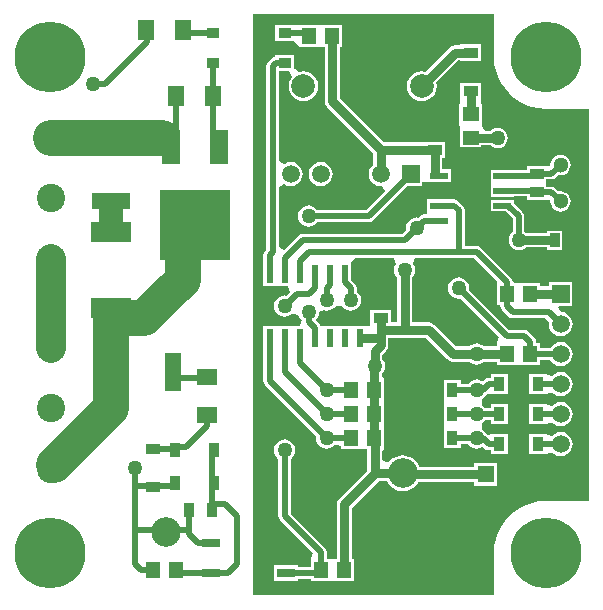
<source format=gbl>
%FSLAX25Y25*%
%MOIN*%
G70*
G01*
G75*
G04 Layer_Physical_Order=2*
G04 Layer_Color=16711680*
%ADD10C,0.02000*%
%ADD11C,0.03000*%
%ADD12C,0.10000*%
%ADD13C,0.05000*%
%ADD14C,0.07874*%
%ADD15C,0.09843*%
%ADD16C,0.05906*%
%ADD17R,0.05906X0.05906*%
%ADD18C,0.05118*%
%ADD19R,0.05512X0.05512*%
%ADD20C,0.05512*%
%ADD21C,0.23622*%
%ADD22R,0.05906X0.05906*%
%ADD23C,0.09449*%
%ADD24C,0.05000*%
%ADD25R,0.04724X0.05512*%
%ADD26R,0.05906X0.02362*%
%ADD27R,0.02362X0.05906*%
%ADD28R,0.04724X0.03543*%
%ADD29R,0.04803X0.03583*%
%ADD30R,0.23622X0.23622*%
%ADD31R,0.06299X0.11811*%
%ADD32R,0.03543X0.04724*%
%ADD33R,0.05512X0.04724*%
%ADD34R,0.06693X0.05512*%
%ADD35R,0.05512X0.06693*%
%ADD36R,0.03583X0.04803*%
%ADD37R,0.04370X0.03583*%
%ADD38R,0.05906X0.03150*%
%ADD39R,0.05512X0.12598*%
%ADD40R,0.12598X0.05512*%
%ADD41R,0.13386X0.07087*%
%ADD42C,0.01000*%
%ADD43C,0.08000*%
%ADD44C,0.12000*%
G36*
X163825Y181102D02*
X163817D01*
X163965Y178846D01*
X164406Y176629D01*
X165133Y174488D01*
X166133Y172460D01*
X167389Y170580D01*
X168880Y168880D01*
X170580Y167389D01*
X172460Y166133D01*
X174488Y165133D01*
X176629Y164406D01*
X178846Y163965D01*
X181102Y163817D01*
Y163825D01*
X195321D01*
Y33026D01*
X181102D01*
Y33033D01*
X178846Y32885D01*
X176629Y32444D01*
X174488Y31717D01*
X172460Y30717D01*
X170580Y29461D01*
X168880Y27970D01*
X167389Y26270D01*
X166133Y24390D01*
X165133Y22363D01*
X164406Y20222D01*
X163965Y18004D01*
X163817Y15748D01*
X163825D01*
Y1529D01*
X83529D01*
Y195321D01*
X163825D01*
Y181102D01*
D02*
G37*
%LPC*%
G36*
X168354Y75402D02*
X162772D01*
Y74039D01*
X162000D01*
X161220Y73884D01*
X160558Y73442D01*
X159996Y72880D01*
X159765Y73057D01*
X158914Y73410D01*
X158000Y73530D01*
X157086Y73410D01*
X156235Y73057D01*
X155504Y72496D01*
X155153Y72039D01*
X152709D01*
Y73362D01*
X147165D01*
Y66776D01*
X147165Y66776D01*
X147165D01*
X147165Y66638D01*
Y66000D01*
Y65362D01*
X147165Y65224D01*
X147165Y65224D01*
X147165D01*
Y58776D01*
X147165Y58776D01*
X147165D01*
X147165Y58638D01*
Y58000D01*
Y57362D01*
X147165Y57224D01*
X147165Y57224D01*
X147165D01*
Y50638D01*
X152709D01*
Y51961D01*
X155153D01*
X155504Y51504D01*
X156235Y50943D01*
X157086Y50590D01*
X158000Y50470D01*
X158914Y50590D01*
X159765Y50943D01*
X159996Y51120D01*
X160558Y50558D01*
X161220Y50116D01*
X162000Y49961D01*
X162772D01*
Y48598D01*
X168354D01*
Y55402D01*
X162772D01*
X162772Y55402D01*
Y55402D01*
X161860Y55024D01*
X161860Y55024D01*
X161442Y55442D01*
X161316Y55526D01*
X161057Y55765D01*
D01*
X160496Y56496D01*
X159840Y57000D01*
Y59000D01*
X160496Y59504D01*
X160847Y59961D01*
X162772D01*
Y58598D01*
X168354D01*
Y65402D01*
X162772D01*
Y64039D01*
X160847D01*
X160496Y64496D01*
X159840Y65000D01*
Y67000D01*
X160496Y67504D01*
X161057Y68235D01*
D01*
X161317Y68474D01*
X161442Y68558D01*
X161860Y68976D01*
X161860Y68976D01*
X162772Y68598D01*
Y68598D01*
X162772Y68598D01*
X168354D01*
Y75402D01*
D02*
G37*
G36*
X186000Y75987D02*
X184968Y75851D01*
X184007Y75453D01*
X183181Y74819D01*
X183122Y74743D01*
X181228Y75386D01*
Y75402D01*
X175646D01*
Y68598D01*
X181228D01*
Y68614D01*
X183122Y69257D01*
X183181Y69181D01*
X184007Y68547D01*
X184968Y68149D01*
X186000Y68013D01*
X187032Y68149D01*
X187993Y68547D01*
X188819Y69181D01*
X189453Y70007D01*
X189851Y70968D01*
X189987Y72000D01*
X189851Y73032D01*
X189453Y73993D01*
X188819Y74819D01*
X187993Y75453D01*
X187032Y75851D01*
X186000Y75987D01*
D02*
G37*
G36*
Y55987D02*
X184968Y55851D01*
X184007Y55453D01*
X183181Y54819D01*
X183122Y54743D01*
X181228Y55386D01*
Y55402D01*
X175646D01*
Y48598D01*
X181228D01*
Y48614D01*
X183122Y49257D01*
X183181Y49181D01*
X184007Y48547D01*
X184968Y48149D01*
X186000Y48013D01*
X187032Y48149D01*
X187993Y48547D01*
X188819Y49181D01*
X189453Y50007D01*
X189851Y50968D01*
X189987Y52000D01*
X189851Y53032D01*
X189453Y53993D01*
X188819Y54819D01*
X187993Y55453D01*
X187032Y55851D01*
X186000Y55987D01*
D02*
G37*
G36*
Y65987D02*
X184968Y65851D01*
X184007Y65453D01*
X183181Y64819D01*
X183122Y64743D01*
X181228Y65386D01*
Y65402D01*
X175646D01*
Y58598D01*
X181228D01*
Y58614D01*
X183122Y59257D01*
X183181Y59181D01*
X184007Y58547D01*
X184968Y58149D01*
X186000Y58013D01*
X187032Y58149D01*
X187993Y58547D01*
X188819Y59181D01*
X189453Y60007D01*
X189851Y60968D01*
X189987Y62000D01*
X189851Y63032D01*
X189453Y63993D01*
X188819Y64819D01*
X187993Y65453D01*
X187032Y65851D01*
X186000Y65987D01*
D02*
G37*
G36*
X97185Y191791D02*
Y191791D01*
X90815D01*
Y186209D01*
X97185D01*
Y186209D01*
X97287D01*
X98701Y184794D01*
Y184244D01*
X105161D01*
X105161Y184244D01*
Y184244D01*
X105425Y184244D01*
X106000D01*
X106575D01*
X106575D01*
X106839D01*
X106839D01*
D01*
X107388D01*
Y166189D01*
X107582Y165214D01*
X108135Y164387D01*
X123451Y149070D01*
Y145026D01*
X123181Y144819D01*
X122547Y143993D01*
X122149Y143032D01*
X122013Y142000D01*
X122149Y140968D01*
X122547Y140007D01*
X123181Y139181D01*
X124007Y138547D01*
X124968Y138149D01*
X126000Y138013D01*
X126519Y138082D01*
X127404Y136288D01*
X121195Y130078D01*
X104817D01*
X104496Y130496D01*
X103765Y131057D01*
X102914Y131410D01*
X102000Y131530D01*
X101086Y131410D01*
X100235Y131057D01*
X99504Y130496D01*
X98943Y129765D01*
X98590Y128914D01*
X98470Y128000D01*
X98590Y127086D01*
X98943Y126235D01*
X99504Y125504D01*
X100235Y124943D01*
X101086Y124590D01*
X102000Y124470D01*
X102914Y124590D01*
X103765Y124943D01*
X104496Y125504D01*
X104877Y126000D01*
X122039D01*
X122819Y126155D01*
X123481Y126597D01*
X134931Y138047D01*
X139953D01*
Y139319D01*
X141417D01*
Y139319D01*
X149323D01*
Y143681D01*
X146549D01*
Y147291D01*
X147362D01*
Y152835D01*
X140638D01*
Y152612D01*
X127119D01*
X112486Y167245D01*
Y184244D01*
X113299D01*
Y191756D01*
X106839D01*
X106839Y191756D01*
Y191756D01*
X106575Y191756D01*
X106000D01*
X105425D01*
X105161Y191756D01*
X105161Y191756D01*
Y191756D01*
X98701D01*
Y191756D01*
X97220D01*
X97185Y191791D01*
D02*
G37*
G36*
X159402Y172354D02*
X152598D01*
Y166772D01*
X152598D01*
Y165654D01*
X152244Y165299D01*
X152244D01*
Y158639D01*
X152244Y158639D01*
X152244D01*
X152244Y158575D01*
X152444Y157225D01*
Y157225D01*
X152444Y157161D01*
X152444Y157161D01*
X152444D01*
Y150901D01*
X159556D01*
Y151655D01*
X162640D01*
X162646Y151646D01*
X163336Y151118D01*
X164138Y150785D01*
X165000Y150672D01*
X165861Y150785D01*
X166664Y151118D01*
X167354Y151646D01*
X167883Y152336D01*
X168215Y153138D01*
X168328Y154000D01*
X168215Y154861D01*
X167883Y155664D01*
X167354Y156354D01*
X166664Y156883D01*
X165861Y157215D01*
X165000Y157328D01*
X164138Y157215D01*
X163336Y156883D01*
X162646Y156354D01*
X162640Y156345D01*
X160956D01*
X159654Y157855D01*
X159756Y158575D01*
Y158575D01*
D01*
Y158575D01*
Y158575D01*
X159756Y158639D01*
X159756Y158639D01*
X159756D01*
Y165299D01*
X159402D01*
Y166772D01*
X159402D01*
Y172354D01*
D02*
G37*
G36*
X97185Y181791D02*
X90815D01*
Y181002D01*
X90220Y180884D01*
X89558Y180442D01*
X88558Y179442D01*
X88116Y178780D01*
X87961Y178000D01*
Y116845D01*
X87558Y116442D01*
X87116Y115780D01*
X86961Y115000D01*
Y112583D01*
X86819D01*
Y104677D01*
X90405D01*
X90405Y104677D01*
Y104677D01*
X91181Y104677D01*
X91500D01*
X91819D01*
X92595Y104677D01*
X92595Y104677D01*
Y104677D01*
X95180D01*
X95946Y102829D01*
X94571Y101455D01*
X94000Y101530D01*
X93086Y101410D01*
X92235Y101057D01*
X91504Y100496D01*
X90943Y99765D01*
X90590Y98914D01*
X90470Y98000D01*
X90590Y97086D01*
X90943Y96235D01*
X91504Y95504D01*
X92235Y94943D01*
X93086Y94590D01*
X94000Y94470D01*
X94914Y94590D01*
X95765Y94943D01*
X96496Y95504D01*
X96646Y95699D01*
X98578Y95181D01*
X98590Y95086D01*
X98943Y94235D01*
X99504Y93504D01*
X99878Y93217D01*
X99235Y91323D01*
X97595D01*
X97595Y91323D01*
Y91323D01*
X96819Y91323D01*
X96500D01*
X96181D01*
X95405Y91323D01*
X95405Y91323D01*
Y91323D01*
X92595D01*
X92595Y91323D01*
Y91323D01*
X91819Y91323D01*
X91500D01*
X91181D01*
X90405Y91323D01*
X90405Y91323D01*
Y91323D01*
X86819D01*
Y83417D01*
X86961D01*
Y73000D01*
X87116Y72220D01*
X87558Y71558D01*
X104545Y54571D01*
X104470Y54000D01*
X104590Y53086D01*
X104943Y52235D01*
X105504Y51504D01*
X106235Y50943D01*
X107086Y50590D01*
X108000Y50470D01*
X108914Y50590D01*
X109765Y50943D01*
X110496Y51504D01*
X110807Y51909D01*
X112701Y51266D01*
Y50244D01*
X119161D01*
X119161Y50244D01*
Y50244D01*
X119425Y50244D01*
X120000D01*
X120575D01*
X120839Y50244D01*
X120839Y50244D01*
Y50244D01*
X121426D01*
X121449Y43053D01*
X112072Y33676D01*
X111519Y32849D01*
X111325Y31874D01*
Y13756D01*
X110839Y13756D01*
X110839D01*
D01*
X110575D01*
X110575D01*
X110000D01*
X109425D01*
X109425D01*
X109161D01*
X109161D01*
D01*
X108102Y13756D01*
Y15937D01*
X107947Y16717D01*
X107770Y16982D01*
X107505Y17379D01*
X107505Y17379D01*
X96039Y28845D01*
Y47153D01*
X96496Y47504D01*
X97057Y48235D01*
X97410Y49086D01*
X97530Y50000D01*
X97410Y50914D01*
X97057Y51765D01*
X96496Y52496D01*
X95765Y53057D01*
X94914Y53410D01*
X94000Y53530D01*
X93086Y53410D01*
X92235Y53057D01*
X91504Y52496D01*
X90943Y51765D01*
X90590Y50914D01*
X90470Y50000D01*
X90590Y49086D01*
X90943Y48235D01*
X91504Y47504D01*
X91961Y47153D01*
Y28000D01*
X92116Y27220D01*
X92558Y26558D01*
X103513Y15604D01*
X102747Y13756D01*
X102701D01*
Y11039D01*
X98354D01*
Y11575D01*
X90449D01*
Y6425D01*
X98354D01*
Y6961D01*
X102701D01*
Y6244D01*
X109161D01*
X109161Y6244D01*
Y6244D01*
X109425Y6244D01*
X110000D01*
X110575D01*
X110839Y6244D01*
X110839Y6244D01*
Y6244D01*
X117299D01*
Y13756D01*
X116423D01*
Y30818D01*
X125371Y39766D01*
X128018D01*
X128423Y39009D01*
X129163Y38108D01*
X130064Y37368D01*
X131093Y36818D01*
X132209Y36479D01*
X133370Y36365D01*
X134531Y36479D01*
X135647Y36818D01*
X136676Y37368D01*
X137577Y38108D01*
X138317Y39009D01*
X138503Y39356D01*
X157244D01*
Y38150D01*
X164756D01*
Y45661D01*
X157244D01*
Y44455D01*
X138909D01*
X138867Y44592D01*
X138317Y45621D01*
X137577Y46522D01*
X136676Y47262D01*
X135647Y47812D01*
X134531Y48151D01*
X133370Y48265D01*
X132209Y48151D01*
X131093Y47812D01*
X130064Y47262D01*
X129163Y46522D01*
X128423Y45621D01*
X126535Y46630D01*
X126526Y49468D01*
X127299Y50244D01*
X127299D01*
Y57756D01*
D01*
Y57756D01*
X127299Y57756D01*
Y58244D01*
X127299D01*
Y65756D01*
D01*
Y65756D01*
X127299Y65756D01*
Y66244D01*
X127299D01*
Y73756D01*
X127299D01*
X126491Y74569D01*
X126496Y75504D01*
X127057Y76235D01*
X127410Y77086D01*
X127530Y78000D01*
X127410Y78914D01*
X127057Y79765D01*
X126549Y80427D01*
Y81806D01*
X127802Y83059D01*
X128355Y83886D01*
X128549Y84861D01*
Y87451D01*
X140944D01*
X148198Y80198D01*
X148198Y80198D01*
X148198D01*
X148198Y80198D01*
X148198D01*
X148198Y80198D01*
Y80198D01*
Y80198D01*
D01*
D01*
X148198D01*
Y80198D01*
X149024Y79645D01*
X150000Y79451D01*
X155572D01*
X156235Y78943D01*
X157086Y78590D01*
X158000Y78470D01*
X158914Y78590D01*
X159765Y78943D01*
X160427Y79451D01*
X164701D01*
Y78244D01*
X171161D01*
X171161Y78244D01*
Y78244D01*
X171425Y78244D01*
X172000D01*
X172575D01*
X172839Y78244D01*
X172839Y78244D01*
Y78244D01*
X179299D01*
Y79961D01*
X182582D01*
X183181Y79181D01*
X184007Y78547D01*
X184968Y78149D01*
X186000Y78013D01*
X187032Y78149D01*
X187993Y78547D01*
X188819Y79181D01*
X189453Y80007D01*
X189851Y80968D01*
X189987Y82000D01*
X189851Y83032D01*
X189453Y83993D01*
X188819Y84819D01*
X187993Y85453D01*
X187032Y85851D01*
X186000Y85987D01*
X184968Y85851D01*
X184007Y85453D01*
X183181Y84819D01*
X182582Y84039D01*
X179299D01*
Y85756D01*
X177976D01*
Y85937D01*
X177821Y86717D01*
X177379Y87379D01*
X175316Y89442D01*
X174654Y89884D01*
X173874Y90039D01*
X168845D01*
X155455Y103429D01*
X155530Y104000D01*
X155410Y104914D01*
X155057Y105765D01*
X154496Y106496D01*
X153765Y107057D01*
X152914Y107410D01*
X152000Y107530D01*
X151086Y107410D01*
X150235Y107057D01*
X149504Y106496D01*
X148943Y105765D01*
X148590Y104914D01*
X148470Y104000D01*
X148590Y103086D01*
X148943Y102235D01*
X149504Y101504D01*
X150235Y100943D01*
X151086Y100590D01*
X152000Y100470D01*
X152571Y100545D01*
X165513Y87604D01*
X164747Y85756D01*
X164701D01*
Y84549D01*
X160427D01*
X159765Y85057D01*
X158914Y85410D01*
X158000Y85530D01*
X157086Y85410D01*
X156235Y85057D01*
X155572Y84549D01*
X151056D01*
X143802Y91802D01*
X142975Y92355D01*
X142000Y92549D01*
X136549D01*
Y107572D01*
X137057Y108235D01*
X137410Y109086D01*
X137530Y110000D01*
X137410Y110914D01*
X137057Y111765D01*
X136749Y112167D01*
X137633Y113961D01*
X157155D01*
X164894Y106222D01*
X164701Y105756D01*
X164701D01*
X164701Y105756D01*
Y98244D01*
X165961D01*
Y98000D01*
X166116Y97220D01*
X166558Y96558D01*
X168558Y94558D01*
X169220Y94116D01*
X170000Y93961D01*
X180755D01*
X182073Y92457D01*
X182013Y92000D01*
X182149Y90968D01*
X182547Y90007D01*
X183181Y89181D01*
X184007Y88547D01*
X184968Y88149D01*
X186000Y88013D01*
X187032Y88149D01*
X187993Y88547D01*
X188819Y89181D01*
X189453Y90007D01*
X189851Y90968D01*
X189987Y92000D01*
X189851Y93032D01*
X189453Y93993D01*
X188819Y94819D01*
X187993Y95453D01*
X187032Y95851D01*
X186298Y95948D01*
X185298Y97680D01*
X185450Y98047D01*
X189953D01*
Y105953D01*
X182047D01*
Y104549D01*
X179299D01*
Y105756D01*
X172839D01*
X172839Y105756D01*
Y105756D01*
X172575Y105756D01*
X172000D01*
X171425D01*
X171260D01*
X170039Y106000D01*
X169884Y106780D01*
X169442Y107442D01*
X169442Y107442D01*
X159442Y117442D01*
X158780Y117884D01*
X158000Y118039D01*
X154039D01*
Y130000D01*
X153884Y130780D01*
X153442Y131442D01*
X151942Y132942D01*
X151280Y133384D01*
X150500Y133539D01*
X149323D01*
Y133681D01*
X141417D01*
Y129319D01*
X141417Y129319D01*
X141417Y128681D01*
D01*
X141417Y128539D01*
X140500D01*
X139720Y128384D01*
X139058Y127942D01*
X138571Y127455D01*
X138000Y127530D01*
X137086Y127410D01*
X136235Y127057D01*
X135504Y126496D01*
X134943Y125765D01*
X134590Y124914D01*
X134470Y124000D01*
X134545Y123429D01*
X133155Y122039D01*
X100000D01*
X99220Y121884D01*
X98558Y121442D01*
X93887Y116771D01*
X92039Y117536D01*
Y137796D01*
X93833Y138681D01*
X94007Y138547D01*
X94968Y138149D01*
X96000Y138013D01*
X97032Y138149D01*
X97993Y138547D01*
X98819Y139181D01*
X99453Y140007D01*
X99851Y140968D01*
X99987Y142000D01*
X99851Y143032D01*
X99453Y143993D01*
X98819Y144819D01*
X97993Y145453D01*
X97032Y145851D01*
X96000Y145987D01*
X94968Y145851D01*
X94007Y145453D01*
X93833Y145319D01*
X92039Y146204D01*
Y176209D01*
X95592D01*
X95823Y175741D01*
X95823D01*
X96477Y174415D01*
X96003Y173797D01*
X95505Y172596D01*
X95335Y171307D01*
X95505Y170018D01*
X96003Y168817D01*
X96794Y167786D01*
X97825Y166995D01*
X99026Y166497D01*
X100315Y166328D01*
X101604Y166497D01*
X102805Y166995D01*
X103836Y167786D01*
X104627Y168817D01*
X105125Y170018D01*
X105295Y171307D01*
X105125Y172596D01*
X104627Y173797D01*
X103836Y174828D01*
X102805Y175620D01*
X101604Y176117D01*
X100315Y176287D01*
X99026Y176117D01*
X98848Y176043D01*
X97326Y177060D01*
D01*
X97185Y177154D01*
D01*
Y181791D01*
D02*
G37*
G36*
X159402Y185228D02*
X152598D01*
Y184986D01*
X150815D01*
X149839Y184792D01*
X149013Y184239D01*
X140900Y176127D01*
X139685Y176287D01*
X138396Y176117D01*
X137195Y175620D01*
X136164Y174828D01*
X135373Y173797D01*
X134875Y172596D01*
X134705Y171307D01*
X134875Y170018D01*
X135373Y168817D01*
X136164Y167786D01*
X137195Y166995D01*
X138396Y166497D01*
X139685Y166328D01*
X140974Y166497D01*
X142175Y166995D01*
X143206Y167786D01*
X143998Y168817D01*
X144495Y170018D01*
X144665Y171307D01*
X144505Y172522D01*
X151871Y179888D01*
X152598D01*
Y179646D01*
X159402D01*
Y185228D01*
D02*
G37*
G36*
X106000Y145987D02*
X104968Y145851D01*
X104007Y145453D01*
X103181Y144819D01*
X102547Y143993D01*
X102149Y143032D01*
X102013Y142000D01*
X102149Y140968D01*
X102547Y140007D01*
X103181Y139181D01*
X104007Y138547D01*
X104968Y138149D01*
X106000Y138013D01*
X107032Y138149D01*
X107993Y138547D01*
X108819Y139181D01*
X109453Y140007D01*
X109851Y140968D01*
X109987Y142000D01*
X109851Y143032D01*
X109453Y143993D01*
X108819Y144819D01*
X107993Y145453D01*
X107032Y145851D01*
X106000Y145987D01*
D02*
G37*
G36*
X186000Y148490D02*
X185123Y148375D01*
X184306Y148037D01*
X183604Y147498D01*
X183066Y146796D01*
X182727Y145979D01*
X182612Y145102D01*
X182612Y145102D01*
X182612Y145102D01*
X182513Y144812D01*
X181162Y144635D01*
D01*
X181162Y144635D01*
X181162Y144635D01*
X174838D01*
Y143335D01*
X170383D01*
Y143481D01*
X162877D01*
Y139895D01*
X162877Y139895D01*
X162877D01*
X162877Y139519D01*
Y139000D01*
Y138481D01*
X162877Y138105D01*
X162877Y138105D01*
X162877D01*
Y134895D01*
X162877Y134895D01*
X162877D01*
X162877Y134519D01*
Y134000D01*
Y133481D01*
X162877Y133105D01*
X162877Y133105D01*
X162877D01*
Y129519D01*
X167886D01*
X170165Y127240D01*
Y122751D01*
X169646Y122354D01*
X169117Y121664D01*
X168785Y120861D01*
X168672Y120000D01*
X168785Y119139D01*
X169117Y118336D01*
X169646Y117646D01*
X170336Y117118D01*
X171139Y116785D01*
X172000Y116672D01*
X172862Y116785D01*
X173664Y117118D01*
X174354Y117646D01*
X174360Y117655D01*
X181491D01*
Y116838D01*
X186635D01*
Y123162D01*
X181491D01*
Y122345D01*
X174360D01*
X174354Y122354D01*
X173835Y122751D01*
Y128000D01*
X173696Y128702D01*
X173298Y129298D01*
X170383Y132213D01*
Y133105D01*
X170383Y133105D01*
D01*
D01*
X170383Y133481D01*
X170383Y134519D01*
D01*
X170383D01*
Y134519D01*
D01*
Y134535D01*
X170383Y134665D01*
X174838D01*
Y133365D01*
X181162D01*
X181162Y133365D01*
Y133365D01*
D01*
X182513Y133188D01*
X182612Y132898D01*
X182612Y132898D01*
X182612D01*
X182727Y132021D01*
X183066Y131204D01*
X183604Y130502D01*
X184306Y129964D01*
X185123Y129625D01*
X186000Y129510D01*
X186877Y129625D01*
X187694Y129964D01*
X188396Y130502D01*
X188934Y131204D01*
X189273Y132021D01*
X189388Y132898D01*
X189273Y133774D01*
X188934Y134592D01*
X188396Y135293D01*
X187694Y135832D01*
X186877Y136170D01*
X186000Y136286D01*
X185300Y136194D01*
X184258Y137235D01*
X183663Y137633D01*
X183546Y137656D01*
X182961Y137772D01*
X181162D01*
Y138077D01*
Y138077D01*
D01*
D01*
X181162Y138509D01*
Y138679D01*
Y139000D01*
Y139127D01*
Y139491D01*
X181162Y139707D01*
Y139923D01*
Y139923D01*
D01*
Y140228D01*
X182961D01*
X183546Y140344D01*
X183663Y140367D01*
X184258Y140765D01*
X185300Y141806D01*
X186000Y141714D01*
X186877Y141830D01*
X187694Y142168D01*
X188396Y142707D01*
X188934Y143408D01*
X189273Y144226D01*
X189388Y145102D01*
X189273Y145979D01*
X188934Y146796D01*
X188396Y147498D01*
X187694Y148037D01*
X186877Y148375D01*
X186000Y148490D01*
D02*
G37*
%LPD*%
G36*
X131251Y112167D02*
X130943Y111765D01*
X130590Y110914D01*
X130470Y110000D01*
X130590Y109086D01*
X130943Y108235D01*
X131451Y107572D01*
Y92549D01*
X129362D01*
Y96835D01*
X122638D01*
Y91323D01*
X121181D01*
Y91323D01*
X117595D01*
X117595Y91323D01*
Y91323D01*
X116819Y91323D01*
X116500D01*
X116181D01*
X115405Y91323D01*
X115405Y91323D01*
Y91323D01*
X112595D01*
X112595Y91323D01*
Y91323D01*
X111819Y91323D01*
X111500D01*
X111181D01*
X110405Y91323D01*
X110405Y91323D01*
Y91323D01*
X107595D01*
X107595Y91323D01*
Y91323D01*
X106819Y91323D01*
X106181D01*
X106181D01*
D01*
D01*
Y91323D01*
D01*
X105925D01*
X105884Y91527D01*
X105442Y92189D01*
X104473Y93157D01*
X104496Y93504D01*
X105057Y94235D01*
X105410Y95086D01*
X105530Y96000D01*
Y96000D01*
X105530Y96000D01*
X107086Y96590D01*
X108000Y96470D01*
X108914Y96590D01*
X109765Y96943D01*
X110496Y97504D01*
X111000Y98160D01*
X113000D01*
X113504Y97504D01*
X114235Y96943D01*
X115086Y96590D01*
X116000Y96470D01*
X116914Y96590D01*
X117765Y96943D01*
X118496Y97504D01*
X119057Y98235D01*
X119410Y99086D01*
X119530Y100000D01*
X119410Y100914D01*
X119057Y101765D01*
X118496Y102496D01*
X118039Y102847D01*
Y104000D01*
X117884Y104780D01*
X117442Y105442D01*
X116181Y106703D01*
Y112547D01*
X116181Y112547D01*
D01*
D01*
X116181Y112583D01*
D01*
X117559Y113961D01*
X130367D01*
X131251Y112167D01*
D02*
G37*
D10*
X122039Y128039D02*
X136000Y142000D01*
X102000Y128039D02*
X122039D01*
X92000Y62000D02*
X108000Y46000D01*
Y23000D02*
Y46000D01*
X107000Y22000D02*
X108000Y23000D01*
X168000Y88000D02*
X173874D01*
X152000Y104000D02*
X168000Y88000D01*
X182000Y96000D02*
X186000Y92000D01*
X170000Y96000D02*
X182000D01*
X168000Y98000D02*
X170000Y96000D01*
X168000Y98000D02*
Y106000D01*
X158000Y116000D02*
X168000Y106000D01*
X152000Y116000D02*
X158000D01*
X132000Y158000D02*
X143937D01*
X120000Y170000D02*
X132000Y158000D01*
X120000Y170000D02*
Y184693D01*
X85819Y98181D02*
X86000Y98000D01*
X85819Y98181D02*
Y181819D01*
X88000Y184000D01*
X156000Y134000D02*
X163500Y126500D01*
X153500Y136500D02*
X156000Y134000D01*
X163500Y126500D02*
X166630D01*
X145370Y136500D02*
X153500D01*
X151000Y15000D02*
Y20095D01*
X168905Y38000D01*
X122000Y15000D02*
X151000D01*
X168905Y38000D02*
X182000D01*
X90000Y178000D02*
X91000Y179000D01*
X90000Y116000D02*
Y178000D01*
X89000Y115000D02*
X90000Y116000D01*
X91000Y179000D02*
X94000D01*
X89000Y108630D02*
Y115000D01*
X173874Y88000D02*
X175937Y85937D01*
Y82000D02*
Y85937D01*
X178000Y82000D02*
X186000D01*
X152000Y116000D02*
Y130000D01*
X102000Y116000D02*
X152000D01*
X138000Y124000D02*
X140500Y126500D01*
X134000Y120000D02*
X138000Y124000D01*
X172000Y120000D02*
Y128000D01*
X168500Y131500D02*
X172000Y128000D01*
X166630Y131500D02*
X168500D01*
X86000Y62000D02*
X92000D01*
X106063Y10000D02*
Y15937D01*
X94000Y28000D02*
X106063Y15937D01*
X94000Y28000D02*
Y50000D01*
Y98000D02*
X98000Y102000D01*
X102000D01*
X104000Y104000D01*
Y108630D01*
X89000Y73000D02*
X108000Y54000D01*
X89000Y73000D02*
Y87370D01*
X94000Y76000D02*
X108000Y62000D01*
X94000Y76000D02*
Y87370D01*
X99000Y79000D02*
X108000Y70000D01*
X99000Y79000D02*
Y87370D01*
X104000D02*
Y90747D01*
X102000Y92747D02*
X104000Y90747D01*
X102000Y92747D02*
Y96000D01*
X116000Y100000D02*
Y104000D01*
X114000Y106000D02*
X116000Y104000D01*
X114000Y106000D02*
Y108630D01*
X108000Y100000D02*
Y104000D01*
X109000Y105000D01*
Y108630D01*
X120000Y110000D02*
X126000D01*
X119000Y109000D02*
X120000Y110000D01*
X119000Y108630D02*
Y109000D01*
X100000Y120000D02*
X134000D01*
X94000Y114000D02*
X100000Y120000D01*
X94000Y108630D02*
Y114000D01*
X99000Y113000D02*
X102000Y116000D01*
X99000Y108630D02*
Y113000D01*
X140500Y126500D02*
X145370D01*
Y131500D02*
X150500D01*
X152000Y130000D01*
X126000Y101937D02*
Y110000D01*
X178063Y150000D02*
X192000D01*
Y48000D02*
Y158000D01*
X190000Y160000D02*
X192000Y158000D01*
X166630Y141500D02*
X177437D01*
X166630Y136500D02*
X177437D01*
X182961Y135937D02*
X186000Y132898D01*
X178000Y135937D02*
X182961D01*
Y142063D02*
X186000Y145102D01*
X178000Y142063D02*
X182961D01*
X182000Y38000D02*
X192000Y48000D01*
X162000Y52000D02*
X165563D01*
X160000Y54000D02*
X162000Y52000D01*
X158000Y54000D02*
X160000D01*
X162000Y72000D02*
X165563D01*
X160000Y70000D02*
X162000Y72000D01*
X150539Y70000D02*
X160000D01*
X150238Y69699D02*
X150539Y70000D01*
X108000Y54000D02*
X116000D01*
X108000Y62000D02*
X116000D01*
X108000Y70000D02*
X116000D01*
X178437Y52000D02*
X186000D01*
X178437Y62000D02*
X186000D01*
X178437Y72000D02*
X186000D01*
X140315Y81685D02*
X142063Y79937D01*
X133370Y81685D02*
X140315D01*
X142063Y54000D02*
Y79937D01*
X149937Y54000D02*
X158000D01*
X149937Y62000D02*
X158000D01*
X88000Y20000D02*
Y35000D01*
Y14000D02*
Y20000D01*
X158000Y62000D02*
X165563D01*
X88000Y20000D02*
X89000Y19000D01*
X94402D01*
X151000Y15000D02*
X160000Y6000D01*
X94000Y189000D02*
X101000D01*
X69599Y9000D02*
X75000D01*
X50000Y50437D02*
X57126D01*
X58000Y74000D02*
X68000D01*
X94402Y9000D02*
X105063D01*
X70299Y155701D02*
Y168000D01*
X58000Y128000D02*
X66000D01*
X65000Y19000D02*
X69599D01*
X58000Y9000D02*
X69599D01*
X62000Y22000D02*
X65000Y19000D01*
X75000Y9000D02*
X78000Y12000D01*
Y28000D01*
X62000Y189000D02*
X70000D01*
Y170299D02*
Y179000D01*
X74000Y32000D02*
X78000Y28000D01*
X69937Y32000D02*
Y49000D01*
Y32000D02*
X74000D01*
X46000Y10000D02*
X50063D01*
X62000Y22000D02*
Y30000D01*
X62063D01*
X44000Y38000D02*
X56000D01*
X58000Y51000D02*
X61000D01*
X68000Y58000D01*
Y60000D01*
X56000Y38000D02*
X57563Y39563D01*
X54000Y23260D02*
X62000D01*
X44000D02*
X54000D01*
X44000D02*
Y44000D01*
Y12000D02*
X46000Y10000D01*
X44000Y12000D02*
Y23260D01*
X30000Y172000D02*
X34000D01*
X48000Y186000D01*
Y188000D01*
X57701Y152701D02*
Y168000D01*
D11*
X126000Y150000D02*
Y150126D01*
Y142000D02*
Y150000D01*
X134000Y90000D02*
X142000D01*
X126000D02*
X134000D01*
Y110000D01*
X109937Y166189D02*
X126000Y150126D01*
X109937Y166189D02*
Y188000D01*
X126063Y150063D02*
X144000D01*
X126000Y150000D02*
X126063Y150063D01*
X150815Y182437D02*
X156000D01*
X139685Y171307D02*
X150815Y182437D01*
X156000Y161937D02*
Y169563D01*
X144000Y142870D02*
Y150063D01*
X133780Y41906D02*
X161000D01*
X158000Y82000D02*
X168063D01*
X150000D02*
X158000D01*
X172000Y120000D02*
X184063D01*
X175937Y102000D02*
X186000D01*
X142000Y90000D02*
X150000Y82000D01*
X126000Y90000D02*
Y94063D01*
Y84861D02*
Y90000D01*
X158000Y154000D02*
X165000D01*
X113874Y10000D02*
Y31874D01*
X120000Y87370D02*
X125370D01*
X123937Y70000D02*
Y78000D01*
X124000Y82861D02*
X126000Y84861D01*
X124000Y78000D02*
Y82861D01*
X123937Y62000D02*
Y70000D01*
X124315Y42315D02*
X133370D01*
X113874Y31874D02*
X124315Y42315D01*
X123937Y62000D02*
X124000Y42315D01*
D12*
X16000Y84000D02*
Y113528D01*
D13*
X54000Y23260D02*
X54630Y22630D01*
D14*
X139685Y171307D02*
D03*
X120000Y184693D02*
D03*
X100315Y171307D02*
D03*
D15*
X133370Y42315D02*
D03*
Y81685D02*
D03*
X54630Y22630D02*
D03*
Y101370D02*
D03*
D16*
X186000Y42000D02*
D03*
Y52000D02*
D03*
Y62000D02*
D03*
Y72000D02*
D03*
Y92000D02*
D03*
Y82000D02*
D03*
X96000Y142000D02*
D03*
X106000D02*
D03*
X116000D02*
D03*
X126000D02*
D03*
D17*
X186000Y102000D02*
D03*
D18*
Y145102D02*
D03*
Y132898D02*
D03*
D19*
X161000Y41906D02*
D03*
D20*
Y30095D02*
D03*
D21*
X15748Y15748D02*
D03*
X181102D02*
D03*
X15748Y181102D02*
D03*
X181102D02*
D03*
D22*
X136000Y142000D02*
D03*
D23*
X16000Y43528D02*
D03*
Y84000D02*
D03*
Y64000D02*
D03*
Y113528D02*
D03*
Y154000D02*
D03*
Y134000D02*
D03*
D24*
X168000Y164000D02*
D03*
X96000Y124000D02*
D03*
X132000Y128000D02*
D03*
Y52000D02*
D03*
X118000Y46000D02*
D03*
X172000Y67000D02*
D03*
X192000Y87000D02*
D03*
X160000Y190598D02*
D03*
X142000Y106000D02*
D03*
X158000Y90000D02*
D03*
X156000Y134000D02*
D03*
X134000Y110000D02*
D03*
X132000Y158000D02*
D03*
X158000Y82000D02*
D03*
X102000Y128000D02*
D03*
X138000Y124000D02*
D03*
X152000Y104000D02*
D03*
X165000Y154000D02*
D03*
X172000Y120000D02*
D03*
X86000Y62000D02*
D03*
X94000Y98000D02*
D03*
X102000Y96000D02*
D03*
X116000Y100000D02*
D03*
X108000D02*
D03*
X126000Y110000D02*
D03*
X192000Y150000D02*
D03*
X190000Y160000D02*
D03*
X192000Y128000D02*
D03*
X86000Y98000D02*
D03*
X108000Y70000D02*
D03*
X122000Y15000D02*
D03*
X94000Y50000D02*
D03*
X124000Y78000D02*
D03*
X158000Y54000D02*
D03*
Y62000D02*
D03*
Y70000D02*
D03*
X108000Y62000D02*
D03*
Y54000D02*
D03*
X160000Y6000D02*
D03*
X88000Y184000D02*
D03*
Y35000D02*
D03*
Y14000D02*
D03*
X108000Y22000D02*
D03*
X30000Y172000D02*
D03*
X44000Y44000D02*
D03*
D25*
X175937Y82000D02*
D03*
X168063D02*
D03*
X116063Y70000D02*
D03*
X123937D02*
D03*
X116063Y62000D02*
D03*
X123937D02*
D03*
X116063Y54000D02*
D03*
X123937D02*
D03*
X102063Y188000D02*
D03*
X109937D02*
D03*
X57937Y10000D02*
D03*
X50063D02*
D03*
X106063Y10000D02*
D03*
X113937D02*
D03*
X175937Y102000D02*
D03*
X168063D02*
D03*
D26*
X145370Y141500D02*
D03*
Y136500D02*
D03*
Y131500D02*
D03*
Y126500D02*
D03*
X166630D02*
D03*
Y131500D02*
D03*
Y136500D02*
D03*
Y141500D02*
D03*
D27*
X119000Y87370D02*
D03*
X114000D02*
D03*
X109000D02*
D03*
X104000D02*
D03*
X99000D02*
D03*
X94000D02*
D03*
X89000D02*
D03*
X119000Y108630D02*
D03*
X114000D02*
D03*
X109000D02*
D03*
X104000D02*
D03*
X99000D02*
D03*
X94000D02*
D03*
X89000D02*
D03*
D28*
X178000Y128063D02*
D03*
Y135937D02*
D03*
X126000Y101937D02*
D03*
Y94063D02*
D03*
X144000Y150063D02*
D03*
Y157937D02*
D03*
X178000Y142063D02*
D03*
Y149937D02*
D03*
D29*
X156000Y182437D02*
D03*
Y169563D02*
D03*
X50000Y50437D02*
D03*
Y37563D02*
D03*
D30*
X64000Y125000D02*
D03*
D31*
X56000Y151000D02*
D03*
X72000D02*
D03*
D32*
X69937Y30000D02*
D03*
X62063D02*
D03*
X149937Y70000D02*
D03*
X142063D02*
D03*
X149937Y62000D02*
D03*
X142063D02*
D03*
X149937Y54000D02*
D03*
X142063D02*
D03*
X184063Y120000D02*
D03*
X191937D02*
D03*
D33*
X156000Y161937D02*
D03*
Y154063D02*
D03*
D34*
X68000Y61701D02*
D03*
Y74299D02*
D03*
D35*
X47701Y190000D02*
D03*
X60299D02*
D03*
X57701Y168000D02*
D03*
X70299D02*
D03*
D36*
X70437Y50000D02*
D03*
X57563D02*
D03*
X70437Y39000D02*
D03*
X57563D02*
D03*
X178437Y72000D02*
D03*
X165563D02*
D03*
X178437Y62000D02*
D03*
X165563D02*
D03*
X178437Y52000D02*
D03*
X165563D02*
D03*
D37*
X94000Y189000D02*
D03*
Y179000D02*
D03*
X70000D02*
D03*
Y189000D02*
D03*
D38*
X69599Y9000D02*
D03*
Y19000D02*
D03*
X94402Y9000D02*
D03*
Y19000D02*
D03*
D39*
X39142Y76000D02*
D03*
X56858D02*
D03*
D40*
X36000Y133142D02*
D03*
Y150858D02*
D03*
D41*
Y97402D02*
D03*
Y122598D02*
D03*
D42*
X156000Y134000D02*
X162000D01*
Y144000D01*
X172000Y134000D02*
X177937Y128063D01*
X162000Y134000D02*
X172000D01*
X162000Y144000D02*
X172063D01*
X178000Y149937D01*
D43*
X36000Y124000D02*
Y131000D01*
D44*
X54630Y101370D02*
X60000Y106740D01*
Y118000D01*
X47260Y94000D02*
X54630Y101370D01*
X17000Y45000D02*
X36000Y64000D01*
Y94000D01*
X47260D01*
X16000Y154000D02*
X53000D01*
M02*

</source>
